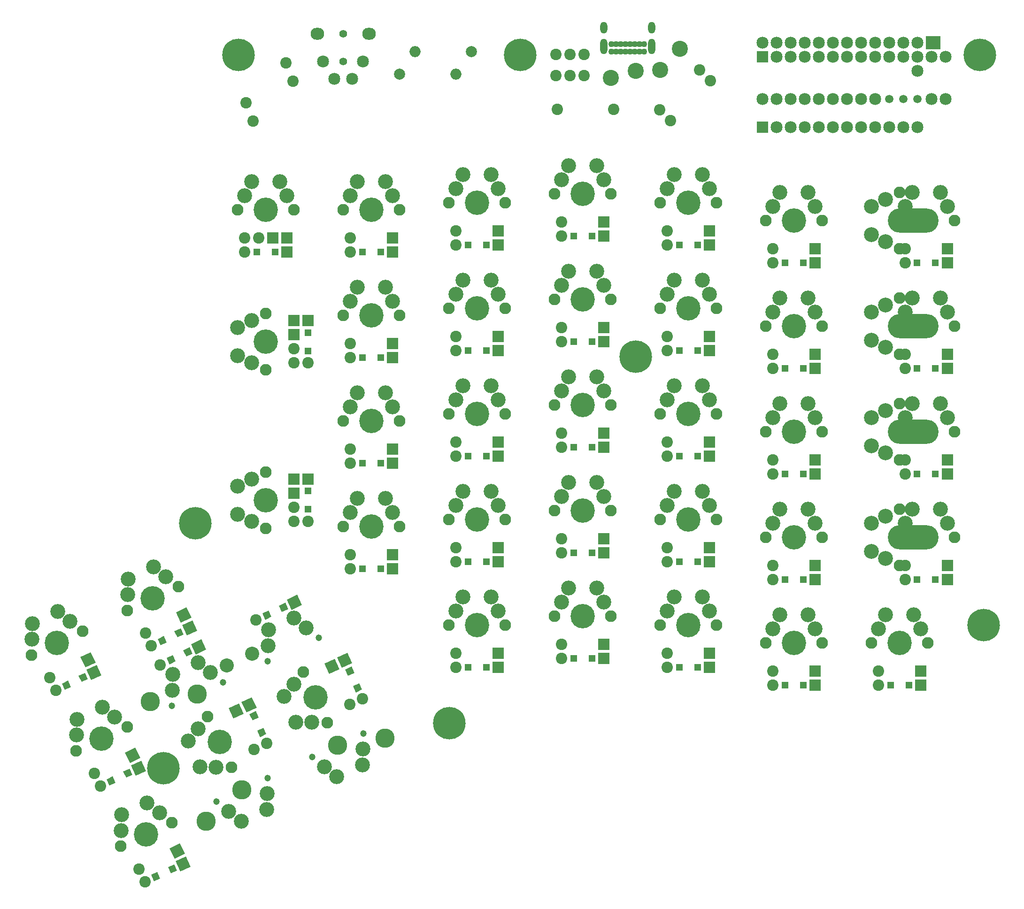
<source format=gbs>
G04 #@! TF.GenerationSoftware,KiCad,Pcbnew,5.1.5+dfsg1-2build2*
G04 #@! TF.CreationDate,2020-10-19T17:35:12+03:00*
G04 #@! TF.ProjectId,ErgoDOX,4572676f-444f-4582-9e6b-696361645f70,rev?*
G04 #@! TF.SameCoordinates,Original*
G04 #@! TF.FileFunction,Soldermask,Bot*
G04 #@! TF.FilePolarity,Negative*
%FSLAX46Y46*%
G04 Gerber Fmt 4.6, Leading zero omitted, Abs format (unit mm)*
G04 Created by KiCad (PCBNEW 5.1.5+dfsg1-2build2) date 2020-10-19 17:35:12*
%MOMM*%
%LPD*%
G04 APERTURE LIST*
%ADD10O,2.006400X2.006400*%
%ADD11C,2.006400*%
%ADD12C,2.905760*%
%ADD13C,5.867400*%
%ADD14C,2.057400*%
%ADD15C,1.106400*%
%ADD16O,1.306400X2.806400*%
%ADD17O,1.306400X2.106400*%
%ADD18C,2.159000*%
%ADD19R,2.159000X2.159000*%
%ADD20C,1.498600*%
%ADD21C,0.150000*%
%ADD22R,2.057400X2.057400*%
%ADD23C,2.692400*%
%ADD24C,1.193800*%
%ADD25C,3.479800*%
%ADD26R,1.422400X2.438400*%
%ADD27O,2.463800X2.159000*%
%ADD28C,1.397000*%
%ADD29C,2.540000*%
%ADD30C,2.108200*%
%ADD31C,2.689860*%
%ADD32R,1.244600X1.244600*%
%ADD33C,2.687320*%
%ADD34O,9.156700X4.394200*%
%ADD35C,4.394200*%
G04 APERTURE END LIST*
D10*
X99314000Y-36576000D03*
D11*
X109474000Y-36576000D03*
D10*
X106680000Y-40640000D03*
D11*
X96520000Y-40640000D03*
D12*
X147066000Y-36068000D03*
X143510000Y-39878000D03*
D13*
X53898800Y-165836600D03*
X59664600Y-121666000D03*
X105435400Y-157759400D03*
X201777600Y-140055600D03*
X139039600Y-91592400D03*
X201142600Y-37134800D03*
X118211600Y-37134800D03*
X67411600Y-37134800D03*
D14*
X129794000Y-40894000D03*
X127254000Y-40894000D03*
X124714000Y-40894000D03*
D15*
X140632200Y-36580000D03*
X139782200Y-36580000D03*
X138932200Y-36580000D03*
X138082200Y-36580000D03*
X137232200Y-36580000D03*
X136382200Y-36580000D03*
X135532200Y-36580000D03*
X134682200Y-36580000D03*
X139782200Y-35230000D03*
X138082200Y-35230000D03*
X138932200Y-35230000D03*
X140632200Y-35230000D03*
X136382200Y-35230000D03*
X135532200Y-35230000D03*
X134682200Y-35230000D03*
X137232200Y-35230000D03*
D16*
X141982200Y-35600000D03*
X133332200Y-35600000D03*
D17*
X141982200Y-32220000D03*
X133332200Y-32220000D03*
D12*
X134620000Y-41275000D03*
X139065000Y-40005000D03*
D18*
X169545000Y-34925000D03*
X172085000Y-34925000D03*
X161925000Y-34925000D03*
X164465000Y-34925000D03*
X167005000Y-34925000D03*
X174625000Y-34925000D03*
X177165000Y-34925000D03*
X179705000Y-34925000D03*
X182245000Y-34925000D03*
X184785000Y-34925000D03*
X187325000Y-34925000D03*
X189865000Y-34925000D03*
X189865000Y-50165000D03*
X187325000Y-50165000D03*
X184785000Y-50165000D03*
X182245000Y-50165000D03*
X179705000Y-50165000D03*
X177165000Y-50165000D03*
X174625000Y-50165000D03*
X172085000Y-50165000D03*
X169545000Y-50165000D03*
X167005000Y-50165000D03*
X164465000Y-50165000D03*
D19*
X161925000Y-50165000D03*
D18*
X189865000Y-40005000D03*
X164465000Y-37465000D03*
X167005000Y-37465000D03*
X169545000Y-37465000D03*
X172085000Y-37465000D03*
X174625000Y-37465000D03*
X177165000Y-37465000D03*
X179705000Y-37465000D03*
X182245000Y-37465000D03*
X184785000Y-37465000D03*
X187325000Y-37465000D03*
X189865000Y-37465000D03*
X192405000Y-37465000D03*
X194945000Y-37465000D03*
D19*
X161925000Y-37465000D03*
D18*
X194945000Y-45085000D03*
X192405000Y-45085000D03*
D20*
X189865000Y-45085000D03*
X187325000Y-45085000D03*
X184785000Y-45085000D03*
D18*
X182245000Y-45085000D03*
X179705000Y-45085000D03*
X177165000Y-45085000D03*
X174625000Y-45085000D03*
X172085000Y-45085000D03*
X169545000Y-45085000D03*
X167005000Y-45085000D03*
X164465000Y-45085000D03*
X161925000Y-45085000D03*
D14*
X53341367Y-147187736D03*
D21*
G36*
X54985576Y-147107661D02*
G01*
X54459585Y-145979670D01*
X55587576Y-145453679D01*
X56113567Y-146581670D01*
X54985576Y-147107661D01*
G37*
G36*
X59749862Y-145334450D02*
G01*
X58880367Y-143469813D01*
X60745004Y-142600318D01*
X61614499Y-144464955D01*
X59749862Y-145334450D01*
G37*
G36*
X58001224Y-145701441D02*
G01*
X57475233Y-144573450D01*
X58603224Y-144047459D01*
X59129215Y-145175450D01*
X58001224Y-145701441D01*
G37*
D14*
X70605747Y-139135936D03*
D21*
G36*
X72249956Y-139055861D02*
G01*
X71723965Y-137927870D01*
X72851956Y-137401879D01*
X73377947Y-138529870D01*
X72249956Y-139055861D01*
G37*
G36*
X77014242Y-137282650D02*
G01*
X76144747Y-135418013D01*
X78009384Y-134548518D01*
X78878879Y-136413155D01*
X77014242Y-137282650D01*
G37*
G36*
X75265604Y-137649641D02*
G01*
X74739613Y-136521650D01*
X75867604Y-135995659D01*
X76393595Y-137123650D01*
X75265604Y-137649641D01*
G37*
D14*
X77470000Y-118755160D03*
D22*
X77470000Y-116215160D03*
D14*
X77470000Y-90180160D03*
D22*
X77470000Y-87640160D03*
D14*
X71120000Y-70180200D03*
D22*
X73660000Y-70180200D03*
D23*
X77434621Y-138754526D03*
X72753017Y-143740174D03*
D24*
X72675456Y-146578921D03*
X81883544Y-142285119D03*
D23*
X79659082Y-140519823D03*
X72830577Y-140901427D03*
X60170241Y-146806326D03*
X55488637Y-151791974D03*
D25*
X60015120Y-152483820D03*
D24*
X55411076Y-154630721D03*
X64619164Y-150336919D03*
D23*
X62394702Y-148571623D03*
X55566197Y-148953227D03*
X85176179Y-167376434D03*
X89857783Y-162390786D03*
D25*
X85331300Y-161698940D03*
D24*
X89935344Y-159552039D03*
X80727256Y-163845841D03*
D23*
X82951718Y-165611137D03*
X89780223Y-165229533D03*
X67909259Y-175425694D03*
X72590863Y-170440046D03*
D25*
X68064380Y-169748200D03*
D24*
X72668424Y-167601299D03*
X63460336Y-171895101D03*
D23*
X65684798Y-173660397D03*
X72513303Y-173278793D03*
D14*
X152499602Y-41810398D03*
X145315398Y-48994602D03*
X150594602Y-39905398D03*
X143410398Y-47089602D03*
X124968000Y-46990000D03*
X135128000Y-46990000D03*
X68797898Y-45756102D03*
X75982102Y-38571898D03*
X70067898Y-49058102D03*
X77252102Y-41873898D03*
X129794000Y-37084000D03*
X127254000Y-37084000D03*
X124714000Y-37084000D03*
D26*
X192087500Y-34925000D03*
X193357500Y-34925000D03*
D27*
X90957400Y-33375600D03*
D18*
X82702400Y-38379400D03*
X87909400Y-41478200D03*
D27*
X81661000Y-33375600D03*
D18*
X84709000Y-41478200D03*
X89916000Y-38379400D03*
D28*
X86309200Y-33375600D03*
X86309200Y-38379400D03*
D29*
X69927083Y-145197966D03*
D25*
X93829648Y-160396270D03*
D29*
X65323823Y-147345789D03*
D25*
X61602126Y-175425496D03*
X51511692Y-153786490D03*
D23*
X193992500Y-80972660D03*
X187642500Y-83512660D03*
D30*
X196532500Y-86052660D03*
D31*
X195262500Y-83512660D03*
D23*
X188912500Y-80972660D03*
D14*
X187642500Y-91132660D03*
D22*
X195262500Y-91132660D03*
D14*
X187642500Y-93672660D03*
D22*
X195262500Y-93672660D03*
D32*
X189788800Y-93672660D03*
X193116200Y-93672660D03*
D33*
X181610000Y-83512660D03*
X184150000Y-82242660D03*
X184150000Y-89862660D03*
X181610000Y-88592660D03*
D34*
X189069980Y-86052660D03*
D30*
X186690000Y-91132660D03*
X186690000Y-80972660D03*
D23*
X193992500Y-119072660D03*
X187642500Y-121612660D03*
D30*
X196532500Y-124152660D03*
D31*
X195262500Y-121612660D03*
D23*
X188912500Y-119072660D03*
D14*
X187642500Y-129232660D03*
D22*
X195262500Y-129232660D03*
D14*
X187642500Y-131772660D03*
D22*
X195262500Y-131772660D03*
D32*
X189788800Y-131772660D03*
X193116200Y-131772660D03*
D33*
X181610000Y-121612660D03*
X184150000Y-120342660D03*
X184150000Y-127962660D03*
X181610000Y-126692660D03*
D34*
X189069980Y-124152660D03*
D30*
X186690000Y-129232660D03*
X186690000Y-119072660D03*
D23*
X193992500Y-61925200D03*
X187642500Y-64465200D03*
D30*
X196532500Y-67005200D03*
D31*
X195262500Y-64465200D03*
D23*
X188912500Y-61925200D03*
D14*
X187642500Y-72085200D03*
D22*
X195262500Y-72085200D03*
D14*
X187642500Y-74625200D03*
D22*
X195262500Y-74625200D03*
D32*
X189788800Y-74625200D03*
X193116200Y-74625200D03*
D33*
X181610000Y-64465200D03*
X184150000Y-63195200D03*
X184150000Y-70815200D03*
X181610000Y-69545200D03*
D34*
X189069980Y-67005200D03*
D30*
X186690000Y-72085200D03*
X186690000Y-61925200D03*
D23*
X193992500Y-100022660D03*
X187642500Y-102562660D03*
D30*
X196532500Y-105102660D03*
D31*
X195262500Y-102562660D03*
D23*
X188912500Y-100022660D03*
D14*
X187642500Y-110182660D03*
D22*
X195262500Y-110182660D03*
D14*
X187642500Y-112722660D03*
D22*
X195262500Y-112722660D03*
D32*
X189788800Y-112722660D03*
X193116200Y-112722660D03*
D33*
X181610000Y-102562660D03*
X184150000Y-101292660D03*
X184150000Y-108912660D03*
X181610000Y-107642660D03*
D34*
X189069980Y-105102660D03*
D30*
X186690000Y-110182660D03*
X186690000Y-100022660D03*
D23*
X93980000Y-60020200D03*
X87630000Y-62560200D03*
D35*
X91440000Y-65100200D03*
D30*
X86360000Y-65100200D03*
X96520000Y-65100200D03*
D23*
X95250000Y-62560200D03*
X88900000Y-60020200D03*
D14*
X87630000Y-70180200D03*
D22*
X95250000Y-70180200D03*
D14*
X87630000Y-72720200D03*
D22*
X95250000Y-72720200D03*
D32*
X89776300Y-72720200D03*
X93103700Y-72720200D03*
D23*
X151130000Y-77797660D03*
X144780000Y-80337660D03*
D35*
X148590000Y-82877660D03*
D30*
X143510000Y-82877660D03*
X153670000Y-82877660D03*
D23*
X152400000Y-80337660D03*
X146050000Y-77797660D03*
D14*
X144780000Y-87957660D03*
D22*
X152400000Y-87957660D03*
D14*
X144780000Y-90497660D03*
D22*
X152400000Y-90497660D03*
D32*
X146926300Y-90497660D03*
X150253700Y-90497660D03*
D23*
X58360986Y-160962159D03*
X63346634Y-165643763D03*
D35*
X64038480Y-161117280D03*
D30*
X66185381Y-165721324D03*
X61891579Y-156513236D03*
D23*
X60126283Y-158737698D03*
X60507887Y-165566203D03*
D14*
X70252699Y-162423412D03*
D21*
G36*
X68399414Y-156014918D02*
G01*
X66534777Y-156884413D01*
X65665282Y-155019776D01*
X67529919Y-154150281D01*
X68399414Y-156014918D01*
G37*
D14*
X72554721Y-161349962D03*
D21*
G36*
X70701436Y-154941467D02*
G01*
X68836799Y-155810962D01*
X67967304Y-153946325D01*
X69831941Y-153076830D01*
X70701436Y-154941467D01*
G37*
G36*
X72474646Y-159705753D02*
G01*
X71346655Y-160231744D01*
X70820664Y-159103753D01*
X71948655Y-158577762D01*
X72474646Y-159705753D01*
G37*
G36*
X71068426Y-156690105D02*
G01*
X69940435Y-157216096D01*
X69414444Y-156088105D01*
X70542435Y-155562114D01*
X71068426Y-156690105D01*
G37*
D23*
X75625366Y-152910359D03*
X80611014Y-157591963D03*
D35*
X81302860Y-153065480D03*
D30*
X83449761Y-157669524D03*
X79155959Y-148461436D03*
D23*
X77390663Y-150685898D03*
X77772267Y-157514403D03*
D14*
X87517079Y-154371612D03*
D21*
G36*
X85663794Y-147963118D02*
G01*
X83799157Y-148832613D01*
X82929662Y-146967976D01*
X84794299Y-146098481D01*
X85663794Y-147963118D01*
G37*
D14*
X89819101Y-153298162D03*
D21*
G36*
X87965816Y-146889667D02*
G01*
X86101179Y-147759162D01*
X85231684Y-145894525D01*
X87096321Y-145025030D01*
X87965816Y-146889667D01*
G37*
G36*
X89739026Y-151653953D02*
G01*
X88611035Y-152179944D01*
X88085044Y-151051953D01*
X89213035Y-150525962D01*
X89739026Y-151653953D01*
G37*
G36*
X88332806Y-148638305D02*
G01*
X87204815Y-149164296D01*
X86678824Y-148036305D01*
X87806815Y-147510314D01*
X88332806Y-148638305D01*
G37*
D23*
X113030000Y-134947660D03*
X106680000Y-137487660D03*
D35*
X110490000Y-140027660D03*
D30*
X105410000Y-140027660D03*
X115570000Y-140027660D03*
D23*
X114300000Y-137487660D03*
X107950000Y-134947660D03*
D14*
X106680000Y-145107660D03*
D22*
X114300000Y-145107660D03*
D14*
X106680000Y-147647660D03*
D22*
X114300000Y-147647660D03*
D32*
X108826300Y-147647660D03*
X112153700Y-147647660D03*
D23*
X132080000Y-133350000D03*
X125730000Y-135890000D03*
D35*
X129540000Y-138430000D03*
D30*
X124460000Y-138430000D03*
X134620000Y-138430000D03*
D23*
X133350000Y-135890000D03*
X127000000Y-133350000D03*
D14*
X125730000Y-143510000D03*
D22*
X133350000Y-143510000D03*
D14*
X125730000Y-146050000D03*
D22*
X133350000Y-146050000D03*
D32*
X127876300Y-146050000D03*
X131203700Y-146050000D03*
D23*
X170180000Y-138122660D03*
X163830000Y-140662660D03*
D35*
X167640000Y-143202660D03*
D30*
X162560000Y-143202660D03*
X172720000Y-143202660D03*
D23*
X171450000Y-140662660D03*
X165100000Y-138122660D03*
D14*
X163830000Y-148282660D03*
D22*
X171450000Y-148282660D03*
D14*
X163830000Y-150822660D03*
D22*
X171450000Y-150822660D03*
D32*
X165976300Y-150822660D03*
X169303700Y-150822660D03*
D23*
X93980000Y-117167660D03*
X87630000Y-119707660D03*
D35*
X91440000Y-122247660D03*
D30*
X86360000Y-122247660D03*
X96520000Y-122247660D03*
D23*
X95250000Y-119707660D03*
X88900000Y-117167660D03*
D14*
X87630000Y-127327660D03*
D22*
X95250000Y-127327660D03*
D14*
X87630000Y-129867660D03*
D22*
X95250000Y-129867660D03*
D32*
X89776300Y-129867660D03*
X93103700Y-129867660D03*
D23*
X113030000Y-115897660D03*
X106680000Y-118437660D03*
D35*
X110490000Y-120977660D03*
D30*
X105410000Y-120977660D03*
X115570000Y-120977660D03*
D23*
X114300000Y-118437660D03*
X107950000Y-115897660D03*
D14*
X106680000Y-126057660D03*
D22*
X114300000Y-126057660D03*
D14*
X106680000Y-128597660D03*
D22*
X114300000Y-128597660D03*
D32*
X108826300Y-128597660D03*
X112153700Y-128597660D03*
D23*
X132080000Y-114300000D03*
X125730000Y-116840000D03*
D35*
X129540000Y-119380000D03*
D30*
X124460000Y-119380000D03*
X134620000Y-119380000D03*
D23*
X133350000Y-116840000D03*
X127000000Y-114300000D03*
D14*
X125730000Y-124460000D03*
D22*
X133350000Y-124460000D03*
D14*
X125730000Y-127000000D03*
D22*
X133350000Y-127000000D03*
D32*
X127876300Y-127000000D03*
X131203700Y-127000000D03*
D23*
X151130000Y-115897660D03*
X144780000Y-118437660D03*
D35*
X148590000Y-120977660D03*
D30*
X143510000Y-120977660D03*
X153670000Y-120977660D03*
D23*
X152400000Y-118437660D03*
X146050000Y-115897660D03*
D14*
X144780000Y-126057660D03*
D22*
X152400000Y-126057660D03*
D14*
X144780000Y-128597660D03*
D22*
X152400000Y-128597660D03*
D32*
X146926300Y-128597660D03*
X150253700Y-128597660D03*
D23*
X170180000Y-119072660D03*
X163830000Y-121612660D03*
D35*
X167640000Y-124152660D03*
D30*
X162560000Y-124152660D03*
X172720000Y-124152660D03*
D23*
X171450000Y-121612660D03*
X165100000Y-119072660D03*
D14*
X163830000Y-129232660D03*
D22*
X171450000Y-129232660D03*
D14*
X163830000Y-131772660D03*
D22*
X171450000Y-131772660D03*
D32*
X165976300Y-131772660D03*
X169303700Y-131772660D03*
D23*
X93980000Y-98117660D03*
X87630000Y-100657660D03*
D35*
X91440000Y-103197660D03*
D30*
X86360000Y-103197660D03*
X96520000Y-103197660D03*
D23*
X95250000Y-100657660D03*
X88900000Y-98117660D03*
D14*
X87630000Y-108277660D03*
D22*
X95250000Y-108277660D03*
D14*
X87630000Y-110817660D03*
D22*
X95250000Y-110817660D03*
D32*
X89776300Y-110817660D03*
X93103700Y-110817660D03*
D23*
X113030000Y-96847660D03*
X106680000Y-99387660D03*
D35*
X110490000Y-101927660D03*
D30*
X105410000Y-101927660D03*
X115570000Y-101927660D03*
D23*
X114300000Y-99387660D03*
X107950000Y-96847660D03*
D14*
X106680000Y-107007660D03*
D22*
X114300000Y-107007660D03*
D14*
X106680000Y-109547660D03*
D22*
X114300000Y-109547660D03*
D32*
X108826300Y-109547660D03*
X112153700Y-109547660D03*
D23*
X132080000Y-95250000D03*
X125730000Y-97790000D03*
D35*
X129540000Y-100330000D03*
D30*
X124460000Y-100330000D03*
X134620000Y-100330000D03*
D23*
X133350000Y-97790000D03*
X127000000Y-95250000D03*
D14*
X125730000Y-105410000D03*
D22*
X133350000Y-105410000D03*
D14*
X125730000Y-107950000D03*
D22*
X133350000Y-107950000D03*
D32*
X127876300Y-107950000D03*
X131203700Y-107950000D03*
D23*
X151130000Y-96847660D03*
X144780000Y-99387660D03*
D35*
X148590000Y-101927660D03*
D30*
X143510000Y-101927660D03*
X153670000Y-101927660D03*
D23*
X152400000Y-99387660D03*
X146050000Y-96847660D03*
D14*
X144780000Y-107007660D03*
D22*
X152400000Y-107007660D03*
D14*
X144780000Y-109547660D03*
D22*
X152400000Y-109547660D03*
D32*
X146926300Y-109547660D03*
X150253700Y-109547660D03*
D23*
X113030000Y-77797660D03*
X106680000Y-80337660D03*
D35*
X110490000Y-82877660D03*
D30*
X105410000Y-82877660D03*
X115570000Y-82877660D03*
D23*
X114300000Y-80337660D03*
X107950000Y-77797660D03*
D14*
X106680000Y-87957660D03*
D22*
X114300000Y-87957660D03*
D14*
X106680000Y-90497660D03*
D22*
X114300000Y-90497660D03*
D32*
X108826300Y-90497660D03*
X112153700Y-90497660D03*
D23*
X132080000Y-76200000D03*
X125730000Y-78740000D03*
D35*
X129540000Y-81280000D03*
D30*
X124460000Y-81280000D03*
X134620000Y-81280000D03*
D23*
X133350000Y-78740000D03*
X127000000Y-76200000D03*
D14*
X125730000Y-86360000D03*
D22*
X133350000Y-86360000D03*
D14*
X125730000Y-88900000D03*
D22*
X133350000Y-88900000D03*
D32*
X127876300Y-88900000D03*
X131203700Y-88900000D03*
D23*
X170180000Y-80972660D03*
X163830000Y-83512660D03*
D35*
X167640000Y-86052660D03*
D30*
X162560000Y-86052660D03*
X172720000Y-86052660D03*
D23*
X171450000Y-83512660D03*
X165100000Y-80972660D03*
D14*
X163830000Y-91132660D03*
D22*
X171450000Y-91132660D03*
D14*
X163830000Y-93672660D03*
D22*
X171450000Y-93672660D03*
D32*
X165976300Y-93672660D03*
X169303700Y-93672660D03*
D23*
X151130000Y-134947660D03*
X144780000Y-137487660D03*
D35*
X148590000Y-140027660D03*
D30*
X143510000Y-140027660D03*
X153670000Y-140027660D03*
D23*
X152400000Y-137487660D03*
X146050000Y-134947660D03*
D14*
X144780000Y-145107660D03*
D22*
X152400000Y-145107660D03*
D14*
X144780000Y-147647660D03*
D22*
X152400000Y-147647660D03*
D32*
X146926300Y-147647660D03*
X150253700Y-147647660D03*
D23*
X113030000Y-58747660D03*
X106680000Y-61287660D03*
D35*
X110490000Y-63827660D03*
D30*
X105410000Y-63827660D03*
X115570000Y-63827660D03*
D23*
X114300000Y-61287660D03*
X107950000Y-58747660D03*
D14*
X106680000Y-68907660D03*
D22*
X114300000Y-68907660D03*
D14*
X106680000Y-71447660D03*
D22*
X114300000Y-71447660D03*
D32*
X108826300Y-71447660D03*
X112153700Y-71447660D03*
D23*
X132080000Y-57150000D03*
X125730000Y-59690000D03*
D35*
X129540000Y-62230000D03*
D30*
X124460000Y-62230000D03*
X134620000Y-62230000D03*
D23*
X133350000Y-59690000D03*
X127000000Y-57150000D03*
D14*
X125730000Y-67310000D03*
D22*
X133350000Y-67310000D03*
D14*
X125730000Y-69850000D03*
D22*
X133350000Y-69850000D03*
D32*
X127876300Y-69850000D03*
X131203700Y-69850000D03*
D23*
X151130000Y-58747660D03*
X144780000Y-61287660D03*
D35*
X148590000Y-63827660D03*
D30*
X143510000Y-63827660D03*
X153670000Y-63827660D03*
D23*
X152400000Y-61287660D03*
X146050000Y-58747660D03*
D14*
X144780000Y-68907660D03*
D22*
X152400000Y-68907660D03*
D14*
X144780000Y-71447660D03*
D22*
X152400000Y-71447660D03*
D32*
X146926300Y-71447660D03*
X150253700Y-71447660D03*
D23*
X170180000Y-61925200D03*
X163830000Y-64465200D03*
D35*
X167640000Y-67005200D03*
D30*
X162560000Y-67005200D03*
X172720000Y-67005200D03*
D23*
X171450000Y-64465200D03*
X165100000Y-61925200D03*
D14*
X163830000Y-72085200D03*
D22*
X171450000Y-72085200D03*
D14*
X163830000Y-74625200D03*
D22*
X171450000Y-74625200D03*
D32*
X165976300Y-74625200D03*
X169303700Y-74625200D03*
D23*
X52118441Y-129541946D03*
X47436837Y-134527594D03*
D35*
X51963320Y-135219440D03*
D30*
X47359276Y-137366341D03*
X56567364Y-133072539D03*
D23*
X54342902Y-131307243D03*
X47514397Y-131688847D03*
D14*
X50657188Y-141433659D03*
D21*
G36*
X57065682Y-139580374D02*
G01*
X56196187Y-137715737D01*
X58060824Y-136846242D01*
X58930319Y-138710879D01*
X57065682Y-139580374D01*
G37*
D14*
X51730638Y-143735681D03*
D21*
G36*
X58139133Y-141882396D02*
G01*
X57269638Y-140017759D01*
X59134275Y-139148264D01*
X60003770Y-141012901D01*
X58139133Y-141882396D01*
G37*
G36*
X53374847Y-143655606D02*
G01*
X52848856Y-142527615D01*
X53976847Y-142001624D01*
X54502838Y-143129615D01*
X53374847Y-143655606D01*
G37*
G36*
X56390495Y-142249386D02*
G01*
X55864504Y-141121395D01*
X56992495Y-140595404D01*
X57518486Y-141723395D01*
X56390495Y-142249386D01*
G37*
D23*
X34854061Y-137591206D03*
X30172457Y-142576854D03*
D35*
X34698940Y-143268700D03*
D30*
X30094896Y-145415601D03*
X39302984Y-141121799D03*
D23*
X37078522Y-139356503D03*
X30250017Y-139738107D03*
D14*
X33392808Y-149482919D03*
D21*
G36*
X39801302Y-147629634D02*
G01*
X38931807Y-145764997D01*
X40796444Y-144895502D01*
X41665939Y-146760139D01*
X39801302Y-147629634D01*
G37*
D14*
X34466258Y-151784941D03*
D21*
G36*
X40874753Y-149931656D02*
G01*
X40005258Y-148067019D01*
X41869895Y-147197524D01*
X42739390Y-149062161D01*
X40874753Y-149931656D01*
G37*
G36*
X36110467Y-151704866D02*
G01*
X35584476Y-150576875D01*
X36712467Y-150050884D01*
X37238458Y-151178875D01*
X36110467Y-151704866D01*
G37*
G36*
X39126115Y-150298646D02*
G01*
X38600124Y-149170655D01*
X39728115Y-148644664D01*
X40254106Y-149772655D01*
X39126115Y-150298646D01*
G37*
D23*
X50955121Y-172122506D03*
X46273517Y-177108154D03*
D35*
X50800000Y-177800000D03*
D30*
X46195956Y-179946901D03*
X55404044Y-175653099D03*
D23*
X53179582Y-173887803D03*
X46351077Y-174269407D03*
D14*
X49493868Y-184014219D03*
D21*
G36*
X55902362Y-182160934D02*
G01*
X55032867Y-180296297D01*
X56897504Y-179426802D01*
X57766999Y-181291439D01*
X55902362Y-182160934D01*
G37*
D14*
X50567318Y-186316241D03*
D21*
G36*
X56975813Y-184462956D02*
G01*
X56106318Y-182598319D01*
X57970955Y-181728824D01*
X58840450Y-183593461D01*
X56975813Y-184462956D01*
G37*
G36*
X52211527Y-186236166D02*
G01*
X51685536Y-185108175D01*
X52813527Y-184582184D01*
X53339518Y-185710175D01*
X52211527Y-186236166D01*
G37*
G36*
X55227175Y-184829946D02*
G01*
X54701184Y-183701955D01*
X55829175Y-183175964D01*
X56355166Y-184303955D01*
X55227175Y-184829946D01*
G37*
D23*
X42903321Y-154855586D03*
X38221717Y-159841234D03*
D35*
X42748200Y-160533080D03*
D30*
X38144156Y-162679981D03*
X47352244Y-158386179D03*
D23*
X45127782Y-156620883D03*
X38299277Y-157002487D03*
D14*
X41442068Y-166747299D03*
D21*
G36*
X47850562Y-164894014D02*
G01*
X46981067Y-163029377D01*
X48845704Y-162159882D01*
X49715199Y-164024519D01*
X47850562Y-164894014D01*
G37*
D14*
X42515518Y-169049321D03*
D21*
G36*
X48924013Y-167196036D02*
G01*
X48054518Y-165331399D01*
X49919155Y-164461904D01*
X50788650Y-166326541D01*
X48924013Y-167196036D01*
G37*
G36*
X44159727Y-168969246D02*
G01*
X43633736Y-167841255D01*
X44761727Y-167315264D01*
X45287718Y-168443255D01*
X44159727Y-168969246D01*
G37*
G36*
X47175375Y-167563026D02*
G01*
X46649384Y-166435035D01*
X47777375Y-165909044D01*
X48303366Y-167037035D01*
X47175375Y-167563026D01*
G37*
D23*
X93980000Y-79067660D03*
X87630000Y-81607660D03*
D35*
X91440000Y-84147660D03*
D30*
X86360000Y-84147660D03*
X96520000Y-84147660D03*
D23*
X95250000Y-81607660D03*
X88900000Y-79067660D03*
D14*
X87630000Y-89227660D03*
D22*
X95250000Y-89227660D03*
D14*
X87630000Y-91767660D03*
D22*
X95250000Y-91767660D03*
D32*
X89776300Y-91767660D03*
X93103700Y-91767660D03*
D23*
X189230000Y-138122660D03*
X182880000Y-140662660D03*
D35*
X186690000Y-143202660D03*
D30*
X181610000Y-143202660D03*
X191770000Y-143202660D03*
D23*
X190500000Y-140662660D03*
X184150000Y-138122660D03*
D14*
X182880000Y-148282660D03*
D22*
X190500000Y-148282660D03*
D14*
X182880000Y-150822660D03*
D22*
X190500000Y-150822660D03*
D32*
X185026300Y-150822660D03*
X188353700Y-150822660D03*
D23*
X67310000Y-114945160D03*
X69850000Y-121295160D03*
D35*
X72390000Y-117485160D03*
D30*
X72390000Y-122565160D03*
X72390000Y-112405160D03*
D23*
X69850000Y-113675160D03*
X67310000Y-120025160D03*
D14*
X77470000Y-121295160D03*
D22*
X77470000Y-113675160D03*
D14*
X80010000Y-121295160D03*
D22*
X80010000Y-113675160D03*
D32*
X80010000Y-119148860D03*
X80010000Y-115821460D03*
D23*
X67310000Y-86370160D03*
X69850000Y-92720160D03*
D35*
X72390000Y-88910160D03*
D30*
X72390000Y-93990160D03*
X72390000Y-83830160D03*
D23*
X69850000Y-85100160D03*
X67310000Y-91450160D03*
D14*
X77470000Y-92720160D03*
D22*
X77470000Y-85100160D03*
D14*
X80010000Y-92720160D03*
D22*
X80010000Y-85100160D03*
D32*
X80010000Y-90573860D03*
X80010000Y-87246460D03*
D23*
X74930000Y-60020200D03*
X68580000Y-62560200D03*
D35*
X72390000Y-65100200D03*
D30*
X67310000Y-65100200D03*
X77470000Y-65100200D03*
D23*
X76200000Y-62560200D03*
X69850000Y-60020200D03*
D14*
X68580000Y-70180200D03*
D22*
X76200000Y-70180200D03*
D14*
X68580000Y-72720200D03*
D22*
X76200000Y-72720200D03*
D32*
X70726300Y-72720200D03*
X74053700Y-72720200D03*
D23*
X170180000Y-100022660D03*
X163830000Y-102562660D03*
D35*
X167640000Y-105102660D03*
D30*
X162560000Y-105102660D03*
X172720000Y-105102660D03*
D23*
X171450000Y-102562660D03*
X165100000Y-100022660D03*
D14*
X163830000Y-110182660D03*
D22*
X171450000Y-110182660D03*
D14*
X163830000Y-112722660D03*
D22*
X171450000Y-112722660D03*
D32*
X165976300Y-112722660D03*
X169303700Y-112722660D03*
M02*

</source>
